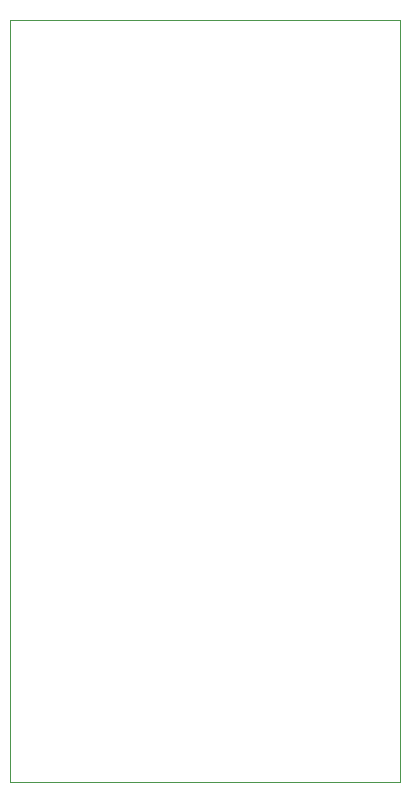
<source format=gbr>
%TF.GenerationSoftware,KiCad,Pcbnew,(6.0.0)*%
%TF.CreationDate,2022-01-07T23:51:12+01:00*%
%TF.ProjectId,50Hz_Monitor,3530487a-5f4d-46f6-9e69-746f722e6b69,rev?*%
%TF.SameCoordinates,Original*%
%TF.FileFunction,Profile,NP*%
%FSLAX46Y46*%
G04 Gerber Fmt 4.6, Leading zero omitted, Abs format (unit mm)*
G04 Created by KiCad (PCBNEW (6.0.0)) date 2022-01-07 23:51:12*
%MOMM*%
%LPD*%
G01*
G04 APERTURE LIST*
%TA.AperFunction,Profile*%
%ADD10C,0.050000*%
%TD*%
G04 APERTURE END LIST*
D10*
X133350000Y-81280000D02*
X133350000Y-145796000D01*
X100330000Y-145796000D02*
X100330000Y-81280000D01*
X100330000Y-81280000D02*
X133350000Y-81280000D01*
X133350000Y-145796000D02*
X100330000Y-145796000D01*
M02*

</source>
